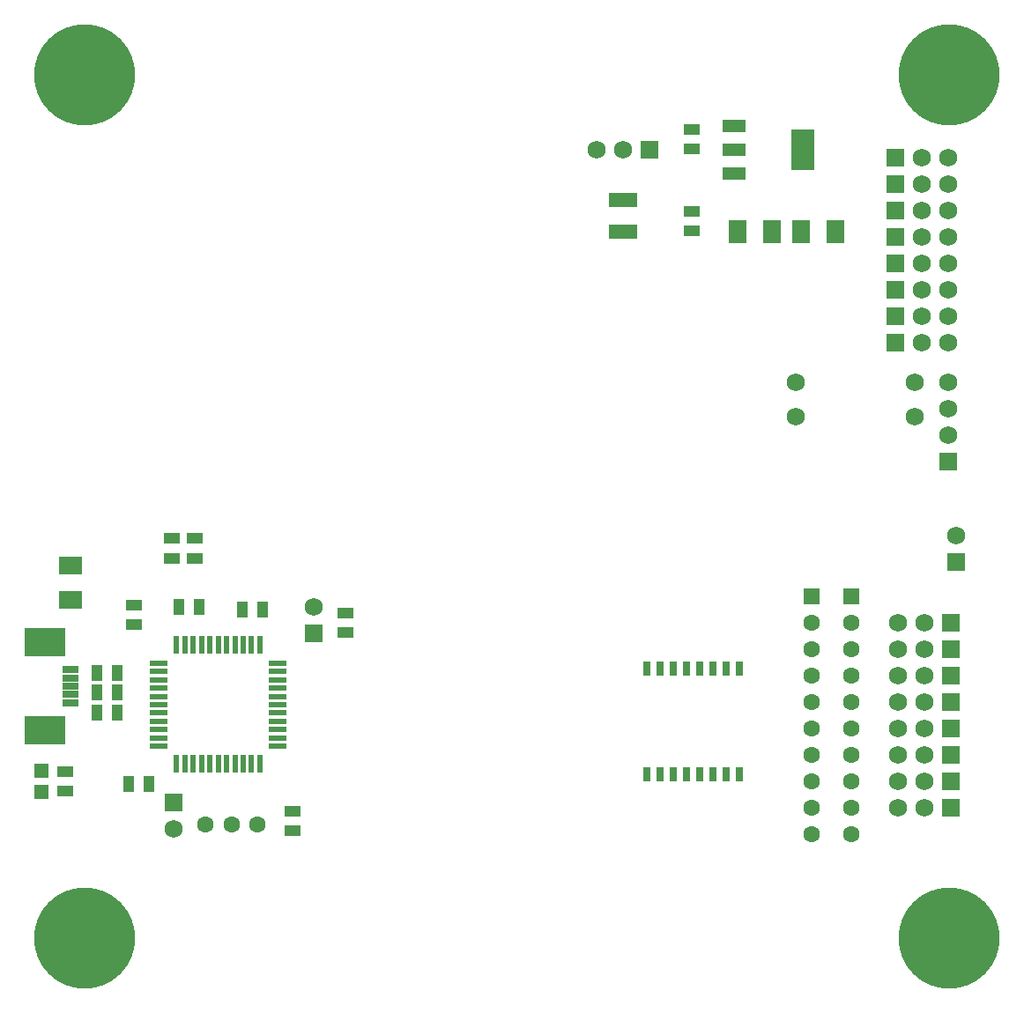
<source format=gts>
G04 (created by PCBNEW (2013-04-19 BZR 4011)-stable) date 05/06/2014 14:59:41*
%MOIN*%
G04 Gerber Fmt 3.4, Leading zero omitted, Abs format*
%FSLAX34Y34*%
G01*
G70*
G90*
G04 APERTURE LIST*
%ADD10C,0*%
%ADD11R,0.1576X0.1064*%
%ADD12R,0.0631X0.0277*%
%ADD13R,0.043X0.063*%
%ADD14R,0.063X0.043*%
%ADD15R,0.0552X0.0552*%
%ADD16R,0.108X0.058*%
%ADD17R,0.088X0.068*%
%ADD18R,0.024X0.068*%
%ADD19R,0.068X0.024*%
%ADD20C,0.063*%
%ADD21R,0.088X0.152*%
%ADD22R,0.088X0.048*%
%ADD23R,0.068X0.068*%
%ADD24C,0.068*%
%ADD25R,0.063X0.063*%
%ADD26C,0.383*%
%ADD27R,0.028X0.053*%
%ADD28R,0.068X0.088*%
G04 APERTURE END LIST*
G54D10*
G54D11*
X857Y-27154D03*
X857Y-23846D03*
G54D12*
X1802Y-26130D03*
X1802Y-25815D03*
X1802Y-24870D03*
X1802Y-25185D03*
X1802Y-25500D03*
G54D13*
X3575Y-25000D03*
X2825Y-25000D03*
X3575Y-25750D03*
X2825Y-25750D03*
G54D14*
X1600Y-28725D03*
X1600Y-29475D03*
G54D13*
X4025Y-29200D03*
X4775Y-29200D03*
G54D15*
X700Y-29513D03*
X700Y-28687D03*
G54D13*
X3575Y-26500D03*
X2825Y-26500D03*
G54D16*
X22700Y-7100D03*
X22700Y-8300D03*
G54D14*
X4200Y-23175D03*
X4200Y-22425D03*
G54D17*
X1800Y-20950D03*
X1800Y-22250D03*
G54D18*
X7400Y-23950D03*
X7085Y-23950D03*
X6770Y-23950D03*
X6455Y-23950D03*
X6140Y-23950D03*
X5825Y-23950D03*
X7715Y-23950D03*
X8030Y-23950D03*
X8345Y-23950D03*
X8660Y-23950D03*
X8975Y-23950D03*
X7400Y-28450D03*
X7085Y-28450D03*
X6770Y-28450D03*
X6455Y-28450D03*
X6140Y-28450D03*
X5825Y-28450D03*
X7715Y-28450D03*
X8030Y-28450D03*
X8345Y-28450D03*
X8660Y-28450D03*
X8975Y-28450D03*
G54D19*
X5150Y-26200D03*
X9650Y-26200D03*
X5150Y-26515D03*
X9650Y-26515D03*
X9650Y-26830D03*
X5150Y-26830D03*
X5150Y-27145D03*
X9650Y-27145D03*
X9650Y-27460D03*
X5150Y-27460D03*
X5150Y-27775D03*
X9650Y-27775D03*
X9650Y-25885D03*
X5150Y-25885D03*
X5150Y-25570D03*
X9650Y-25570D03*
X9650Y-25255D03*
X5150Y-25255D03*
X5150Y-24940D03*
X9650Y-24940D03*
X9650Y-24625D03*
X5150Y-24625D03*
G54D20*
X6916Y-30750D03*
X8884Y-30750D03*
X7900Y-30750D03*
G54D14*
X25300Y-5175D03*
X25300Y-4425D03*
X25300Y-8275D03*
X25300Y-7525D03*
G54D21*
X29500Y-5200D03*
G54D22*
X26900Y-5200D03*
X26900Y-6100D03*
X26900Y-4300D03*
G54D23*
X23700Y-5200D03*
G54D24*
X22700Y-5200D03*
X21700Y-5200D03*
G54D23*
X35300Y-20800D03*
G54D24*
X35300Y-19800D03*
G54D23*
X5700Y-29900D03*
G54D24*
X5700Y-30900D03*
G54D14*
X12200Y-22725D03*
X12200Y-23475D03*
X10200Y-30975D03*
X10200Y-30225D03*
G54D13*
X9075Y-22600D03*
X8325Y-22600D03*
G54D14*
X5640Y-19905D03*
X5640Y-20655D03*
X6520Y-20655D03*
X6520Y-19905D03*
G54D13*
X6675Y-22500D03*
X5925Y-22500D03*
G54D25*
X29850Y-22100D03*
G54D20*
X29850Y-23100D03*
X29850Y-24100D03*
X29850Y-25100D03*
X29850Y-26100D03*
X29850Y-27100D03*
X29850Y-28100D03*
X29850Y-29100D03*
X29850Y-30100D03*
X29850Y-31100D03*
G54D25*
X31350Y-22100D03*
G54D20*
X31350Y-23100D03*
X31350Y-24100D03*
X31350Y-25100D03*
X31350Y-26100D03*
X31350Y-27100D03*
X31350Y-28100D03*
X31350Y-29100D03*
X31350Y-30100D03*
X31350Y-31100D03*
G54D24*
X29250Y-15300D03*
X33750Y-15300D03*
X29250Y-14000D03*
X33750Y-14000D03*
G54D23*
X35000Y-17000D03*
G54D24*
X35000Y-16000D03*
X35000Y-15000D03*
X35000Y-14000D03*
G54D26*
X35039Y-35039D03*
X35039Y-2362D03*
X2362Y-2362D03*
X2362Y-35039D03*
G54D27*
X23600Y-28850D03*
X24100Y-28850D03*
X24600Y-28850D03*
X25100Y-28850D03*
X25600Y-28850D03*
X26100Y-28850D03*
X26600Y-28850D03*
X27100Y-28850D03*
X27100Y-24850D03*
X26600Y-24850D03*
X26100Y-24850D03*
X25600Y-24850D03*
X25100Y-24850D03*
X24600Y-24850D03*
X24100Y-24850D03*
X23600Y-24850D03*
G54D23*
X35100Y-23100D03*
G54D24*
X34100Y-23100D03*
X33100Y-23100D03*
G54D23*
X35100Y-24100D03*
G54D24*
X34100Y-24100D03*
X33100Y-24100D03*
G54D23*
X35100Y-25100D03*
G54D24*
X34100Y-25100D03*
X33100Y-25100D03*
G54D23*
X35100Y-26100D03*
G54D24*
X34100Y-26100D03*
X33100Y-26100D03*
G54D23*
X35100Y-27100D03*
G54D24*
X34100Y-27100D03*
X33100Y-27100D03*
G54D23*
X35100Y-28100D03*
G54D24*
X34100Y-28100D03*
X33100Y-28100D03*
G54D23*
X35100Y-29100D03*
G54D24*
X34100Y-29100D03*
X33100Y-29100D03*
G54D23*
X35100Y-30100D03*
G54D24*
X34100Y-30100D03*
X33100Y-30100D03*
G54D23*
X11000Y-23500D03*
G54D24*
X11000Y-22500D03*
G54D28*
X28350Y-8300D03*
X27050Y-8300D03*
X29450Y-8300D03*
X30750Y-8300D03*
G54D23*
X33000Y-5500D03*
G54D24*
X34000Y-5500D03*
X35000Y-5500D03*
G54D23*
X33000Y-6500D03*
G54D24*
X34000Y-6500D03*
X35000Y-6500D03*
G54D23*
X33000Y-7500D03*
G54D24*
X34000Y-7500D03*
X35000Y-7500D03*
G54D23*
X33000Y-8500D03*
G54D24*
X34000Y-8500D03*
X35000Y-8500D03*
G54D23*
X33000Y-9500D03*
G54D24*
X34000Y-9500D03*
X35000Y-9500D03*
G54D23*
X33000Y-10500D03*
G54D24*
X34000Y-10500D03*
X35000Y-10500D03*
G54D23*
X33000Y-11500D03*
G54D24*
X34000Y-11500D03*
X35000Y-11500D03*
G54D23*
X33000Y-12500D03*
G54D24*
X34000Y-12500D03*
X35000Y-12500D03*
M02*

</source>
